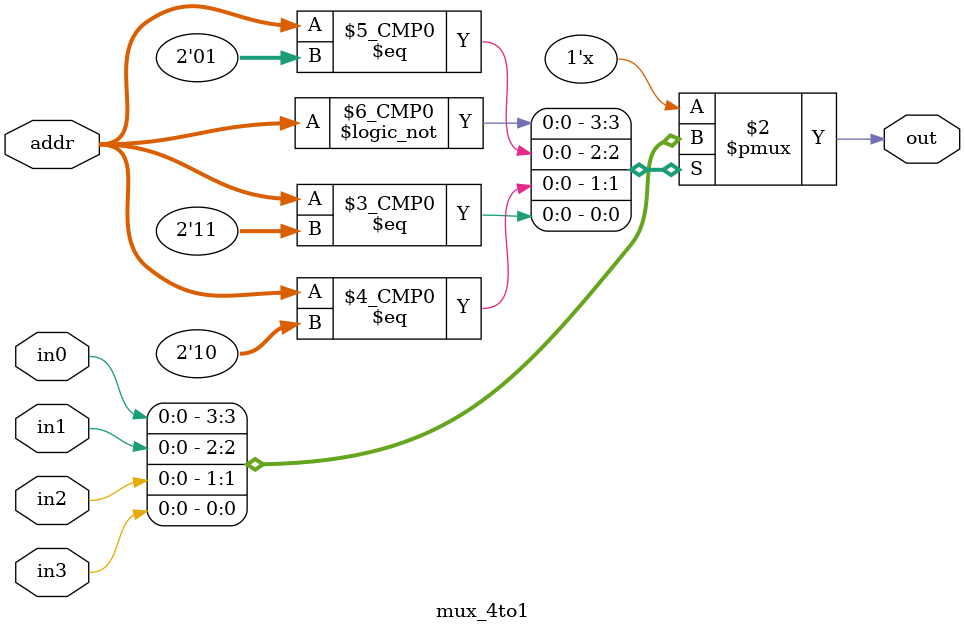
<source format=v>
module mux_4to1(out, in0, in1, in2, in3, addr);
//Declarations
parameter n=1;
output reg [n-1:0] out;
input [n-1:0] in0,in1,in2,in3;
input [1:0] addr;

//Achievements
always @(*)
begin
  case(addr)
    2'b00:	out = in0;
    2'b01:	out = in1;
    2'b10:	out = in2;
    2'b11:	out = in3;
  endcase
end

endmodule

</source>
